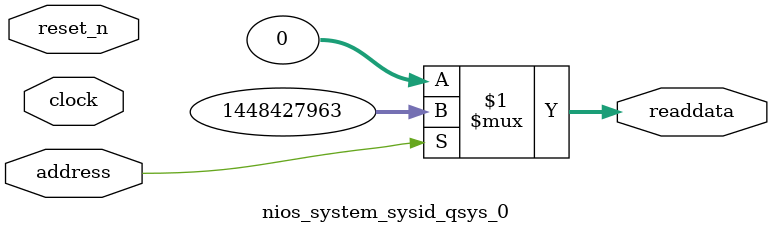
<source format=v>

`timescale 1ns / 1ps
// synthesis translate_on

// turn off superfluous verilog processor warnings 
// altera message_level Level1 
// altera message_off 10034 10035 10036 10037 10230 10240 10030 

module nios_system_sysid_qsys_0 (
               // inputs:
                address,
                clock,
                reset_n,

               // outputs:
                readdata
             )
;

  output  [ 31: 0] readdata;
  input            address;
  input            clock;
  input            reset_n;

  wire    [ 31: 0] readdata;
  //control_slave, which is an e_avalon_slave
  assign readdata = address ? 1448427963 : 0;

endmodule




</source>
